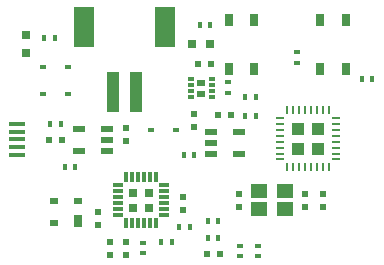
<source format=gtp>
G04 #@! TF.FileFunction,Paste,Top*
%FSLAX46Y46*%
G04 Gerber Fmt 4.6, Leading zero omitted, Abs format (unit mm)*
G04 Created by KiCad (PCBNEW 0.201602050916+6538~42~ubuntu15.10.1-product) date Fri 05 Feb 2016 02:43:43 PM EST*
%MOMM*%
G01*
G04 APERTURE LIST*
%ADD10C,0.100000*%
%ADD11R,0.600000X0.500000*%
%ADD12R,0.850000X0.300000*%
%ADD13R,0.300000X0.850000*%
%ADD14R,0.780000X0.780000*%
%ADD15R,0.600000X0.400000*%
%ADD16R,0.400000X0.600000*%
%ADD17R,1.000000X0.600000*%
%ADD18R,0.700000X1.000000*%
%ADD19R,0.700000X0.600000*%
%ADD20R,1.000000X3.500000*%
%ADD21R,1.700000X3.400000*%
%ADD22R,0.500000X0.600000*%
%ADD23R,0.797560X0.797560*%
%ADD24R,0.590000X0.450000*%
%ADD25R,0.250000X0.700000*%
%ADD26R,0.700000X0.250000*%
%ADD27R,1.035000X1.035000*%
%ADD28R,1.400000X1.200000*%
%ADD29R,0.650000X1.050000*%
%ADD30R,1.350000X0.400000*%
%ADD31R,0.500000X0.300000*%
%ADD32R,0.636000X0.528000*%
G04 APERTURE END LIST*
D10*
D11*
X151511000Y-96012000D03*
X150411000Y-96012000D03*
D12*
X141926000Y-102016000D03*
X141926000Y-102516000D03*
X141926000Y-103016000D03*
X141926000Y-103516000D03*
X141926000Y-104016000D03*
X141926000Y-104516000D03*
D13*
X142626000Y-105216000D03*
X143126000Y-105216000D03*
X143626000Y-105216000D03*
X144126000Y-105216000D03*
X144626000Y-105216000D03*
X145126000Y-105216000D03*
D12*
X145826000Y-104516000D03*
X145826000Y-104016000D03*
X145826000Y-103516000D03*
X145826000Y-103016000D03*
X145826000Y-102516000D03*
X145826000Y-102016000D03*
D13*
X145126000Y-101316000D03*
X144626000Y-101316000D03*
X144126000Y-101316000D03*
X143626000Y-101316000D03*
X143126000Y-101316000D03*
X142626000Y-101316000D03*
D14*
X144526000Y-103916000D03*
X144526000Y-102616000D03*
X143226000Y-103916000D03*
X143226000Y-102616000D03*
D15*
X151257000Y-93276000D03*
X151257000Y-94176000D03*
D16*
X162560000Y-92964000D03*
X163460000Y-92964000D03*
D11*
X149775000Y-91694000D03*
X148675000Y-91694000D03*
D17*
X141027000Y-99121000D03*
X141027000Y-98171000D03*
X141027000Y-97221000D03*
X138627000Y-97221000D03*
X138627000Y-99121000D03*
D16*
X137096500Y-96774000D03*
X136196500Y-96774000D03*
D18*
X138541000Y-105017000D03*
D19*
X138541000Y-103317000D03*
X136541000Y-103317000D03*
X136541000Y-105217000D03*
D20*
X143494000Y-94118000D03*
X141494000Y-94118000D03*
D21*
X145944000Y-88568000D03*
X139044000Y-88568000D03*
D11*
X137202000Y-98171000D03*
X136102000Y-98171000D03*
D22*
X142621000Y-97113000D03*
X142621000Y-98213000D03*
X148336000Y-97070000D03*
X148336000Y-95970000D03*
X142621000Y-106765000D03*
X142621000Y-107865000D03*
X140208000Y-104225000D03*
X140208000Y-105325000D03*
X147447000Y-102955000D03*
X147447000Y-104055000D03*
X141224000Y-107865000D03*
X141224000Y-106765000D03*
D11*
X150537000Y-107823000D03*
X149437000Y-107823000D03*
D22*
X152146000Y-102701000D03*
X152146000Y-103801000D03*
X157734000Y-103843000D03*
X157734000Y-102743000D03*
X159258000Y-102701000D03*
X159258000Y-103801000D03*
D23*
X134112000Y-90792300D03*
X134112000Y-89293700D03*
D24*
X146851000Y-97282000D03*
X144741000Y-97282000D03*
D23*
X148221700Y-90043000D03*
X149720300Y-90043000D03*
D17*
X149803000Y-97475000D03*
X149803000Y-98425000D03*
X149803000Y-99375000D03*
X152203000Y-99375000D03*
X152203000Y-97475000D03*
D25*
X159764500Y-95670500D03*
X159264500Y-95670500D03*
X158764500Y-95670500D03*
X158264500Y-95670500D03*
X157764500Y-95670500D03*
X157264500Y-95670500D03*
X156764500Y-95670500D03*
X156264500Y-95670500D03*
D26*
X155614500Y-96320500D03*
X155614500Y-96820500D03*
X155614500Y-97320500D03*
X155614500Y-97820500D03*
X155614500Y-98320500D03*
X155614500Y-98820500D03*
X155614500Y-99320500D03*
X155614500Y-99820500D03*
D25*
X156264500Y-100470500D03*
X156764500Y-100470500D03*
X157264500Y-100470500D03*
X157764500Y-100470500D03*
X158264500Y-100470500D03*
X158764500Y-100470500D03*
X159264500Y-100470500D03*
X159764500Y-100470500D03*
D26*
X160414500Y-99820500D03*
X160414500Y-99320500D03*
X160414500Y-98820500D03*
X160414500Y-98320500D03*
X160414500Y-97820500D03*
X160414500Y-97320500D03*
X160414500Y-96820500D03*
X160414500Y-96320500D03*
D27*
X157152000Y-98933000D03*
X158877000Y-98933000D03*
X157152000Y-97208000D03*
X158877000Y-97208000D03*
D16*
X136588500Y-89535000D03*
X135688500Y-89535000D03*
X137408500Y-100457000D03*
X138308500Y-100457000D03*
X148405000Y-99441000D03*
X147505000Y-99441000D03*
D15*
X144018000Y-107765000D03*
X144018000Y-106865000D03*
D16*
X149744000Y-88392000D03*
X148844000Y-88392000D03*
X149537000Y-105029000D03*
X150437000Y-105029000D03*
X150437000Y-106426000D03*
X149537000Y-106426000D03*
D15*
X153797000Y-108019000D03*
X153797000Y-107119000D03*
X152273000Y-108019000D03*
X152273000Y-107119000D03*
X157099000Y-90736000D03*
X157099000Y-91636000D03*
D16*
X152712000Y-96139000D03*
X153612000Y-96139000D03*
X152712000Y-94488000D03*
X153612000Y-94488000D03*
D28*
X153840000Y-104051000D03*
X156040000Y-104051000D03*
X153840000Y-102451000D03*
X156040000Y-102451000D03*
D29*
X151325000Y-92118000D03*
X151325000Y-87968000D03*
X153475000Y-92118000D03*
X153475000Y-87968000D03*
X159072000Y-92118000D03*
X159072000Y-87968000D03*
X161222000Y-92118000D03*
X161222000Y-87968000D03*
D24*
X137707000Y-94234000D03*
X135597000Y-94234000D03*
X137707000Y-92011500D03*
X135597000Y-92011500D03*
D30*
X133388540Y-96806600D03*
X133388540Y-97456600D03*
X133388540Y-98106600D03*
X133388540Y-98756600D03*
X133388540Y-99406600D03*
D31*
X148071000Y-93044000D03*
X148071000Y-93544000D03*
X148071000Y-94044000D03*
X148071000Y-94544000D03*
X149871000Y-94544000D03*
X149871000Y-94044000D03*
X149871000Y-93544000D03*
X149871000Y-93044000D03*
D32*
X148971000Y-94234000D03*
X148971000Y-93354000D03*
D16*
X146500000Y-106807000D03*
X145600000Y-106807000D03*
X147124000Y-105537000D03*
X148024000Y-105537000D03*
M02*

</source>
